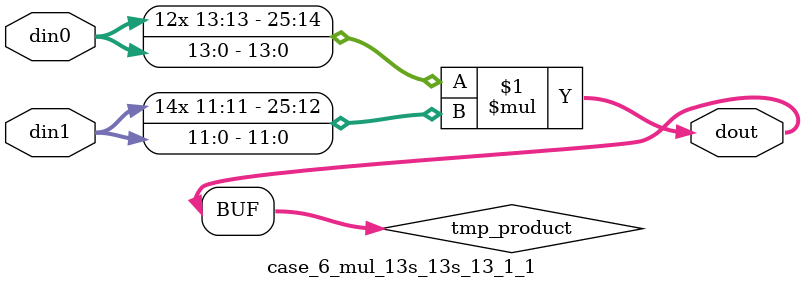
<source format=v>

`timescale 1 ns / 1 ps

 module case_6_mul_13s_13s_13_1_1(din0, din1, dout);
parameter ID = 1;
parameter NUM_STAGE = 0;
parameter din0_WIDTH = 14;
parameter din1_WIDTH = 12;
parameter dout_WIDTH = 26;

input [din0_WIDTH - 1 : 0] din0; 
input [din1_WIDTH - 1 : 0] din1; 
output [dout_WIDTH - 1 : 0] dout;

wire signed [dout_WIDTH - 1 : 0] tmp_product;



























assign tmp_product = $signed(din0) * $signed(din1);








assign dout = tmp_product;





















endmodule

</source>
